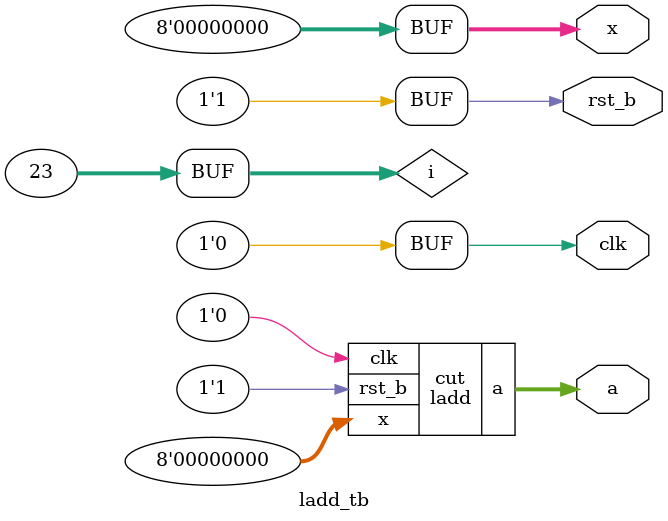
<source format=v>
module rgst #(
	parameter w = 8	//register's width
)(
	input clk, 
	input rst_b,	//asynchronous reset; active low
	input [w-1:0] d, 
	input ld, 
	input clr,	//synchronous reset; active high
	output reg [w-1:0] q
);

	always @ (posedge clk, negedge rst_b)
		if (!rst_b)
			q <= 1'd0;
		else if (clr)
			q <= 1'd0;
		else if (ld)
			q <= d;
endmodule


module ladd(
  input clk,rst_b,
  input [7:0] x,
  output [7:0] a
  );
  wire [3:0]i1,i2,i4,i6;
  wire i3,i5;
  rgst #(.w(4))
   regsitru1(
  .clk(clk),
  .rst_b(rst_b),
  .d(x[3:0]),
  .ld(1'd1),
  .clr(1'd0),
  .q(i1)
  );
  
  rca_4 adder1(
  .x(a[3:0]),
  .y(i1),
  .ci(1'd0),
  .z(i2),
  .co(i3));
  
  rgst #(.w(4))
   regsitru2(
  .clk(clk),
  .rst_b(rst_b),
  .d(i2),
  .ld(1'd1),
  .clr(1'd0),
  .q(a[3:0])
  );
  
  rgst #(.w(1))
   regsitru3(
  .clk(clk),
  .rst_b(rst_b),
  .d(i3),
  .ld(1'd1),
  .clr(1'd0),
  .q(i5)
  );
  
    rca_4 adder2(
  .x(a[7:4]),
  .y(i4),
  .ci(i5),
  .z(i6),
  .co());
  
   rgst #(.w(4))
   regsitru4(
  .clk(clk),
  .rst_b(rst_b),
  .d(x[7:4]),
  .ld(1'd1),
  .clr(1'd0),
  .q(i4)
  );
  
   rgst #(.w(4))
   regsitru5(
  .clk(clk),
  .rst_b(rst_b),
  .d(i6),
  .ld(1'd1),
  .clr(1'd0),
  .q(a[7:4])
  );
endmodule
  
  module ladd_tb(
    output reg clk,rst_b,
    output reg [7:0]x,
    output [7:0]a);
    
    
    ladd cut (
    .clk(clk),
    .rst_b(rst_b),
    .x(x),
    .a(a)
    );
    
    
  initial begin
     clk =1'd0;
  repeat (100) #50 clk=~clk;
end
   initial begin
   rst_b = 1'd0;
   #10 rst_b = 1'd1;
end
  integer i;
  initial begin 
    x=8'd1;
    for(i=2;i<23;i=i+1)
      #100 x=i[7:0];
    #100 x = 8'd0;
     end
     
   endmodule
   
    
  
  
  
</source>
